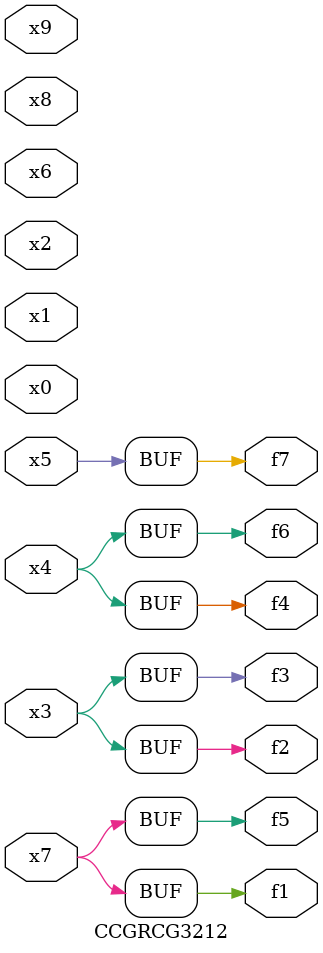
<source format=v>
module CCGRCG3212(
	input x0, x1, x2, x3, x4, x5, x6, x7, x8, x9,
	output f1, f2, f3, f4, f5, f6, f7
);
	assign f1 = x7;
	assign f2 = x3;
	assign f3 = x3;
	assign f4 = x4;
	assign f5 = x7;
	assign f6 = x4;
	assign f7 = x5;
endmodule

</source>
